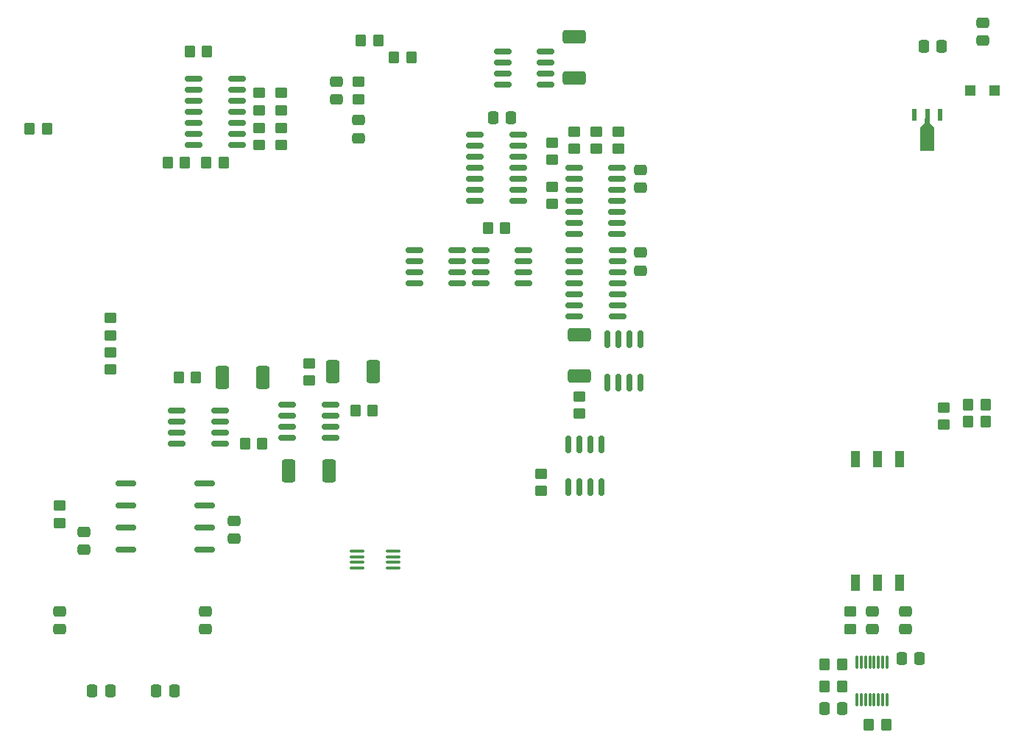
<source format=gbr>
%TF.GenerationSoftware,KiCad,Pcbnew,8.0.3*%
%TF.CreationDate,2025-03-11T00:39:16-07:00*%
%TF.ProjectId,Accumulator_Board,41636375-6d75-46c6-9174-6f725f426f61,3.2*%
%TF.SameCoordinates,Original*%
%TF.FileFunction,Paste,Top*%
%TF.FilePolarity,Positive*%
%FSLAX46Y46*%
G04 Gerber Fmt 4.6, Leading zero omitted, Abs format (unit mm)*
G04 Created by KiCad (PCBNEW 8.0.3) date 2025-03-11 00:39:16*
%MOMM*%
%LPD*%
G01*
G04 APERTURE LIST*
G04 Aperture macros list*
%AMRoundRect*
0 Rectangle with rounded corners*
0 $1 Rounding radius*
0 $2 $3 $4 $5 $6 $7 $8 $9 X,Y pos of 4 corners*
0 Add a 4 corners polygon primitive as box body*
4,1,4,$2,$3,$4,$5,$6,$7,$8,$9,$2,$3,0*
0 Add four circle primitives for the rounded corners*
1,1,$1+$1,$2,$3*
1,1,$1+$1,$4,$5*
1,1,$1+$1,$6,$7*
1,1,$1+$1,$8,$9*
0 Add four rect primitives between the rounded corners*
20,1,$1+$1,$2,$3,$4,$5,0*
20,1,$1+$1,$4,$5,$6,$7,0*
20,1,$1+$1,$6,$7,$8,$9,0*
20,1,$1+$1,$8,$9,$2,$3,0*%
G04 Aperture macros list end*
%ADD10C,0.000000*%
%ADD11RoundRect,0.249999X-0.512501X-1.075001X0.512501X-1.075001X0.512501X1.075001X-0.512501X1.075001X0*%
%ADD12RoundRect,0.250000X0.450000X-0.350000X0.450000X0.350000X-0.450000X0.350000X-0.450000X-0.350000X0*%
%ADD13RoundRect,0.250000X0.350000X0.450000X-0.350000X0.450000X-0.350000X-0.450000X0.350000X-0.450000X0*%
%ADD14RoundRect,0.250000X0.337500X0.475000X-0.337500X0.475000X-0.337500X-0.475000X0.337500X-0.475000X0*%
%ADD15RoundRect,0.250000X-0.350000X-0.450000X0.350000X-0.450000X0.350000X0.450000X-0.350000X0.450000X0*%
%ADD16RoundRect,0.150000X-0.150000X0.825000X-0.150000X-0.825000X0.150000X-0.825000X0.150000X0.825000X0*%
%ADD17RoundRect,0.249999X0.512501X1.075001X-0.512501X1.075001X-0.512501X-1.075001X0.512501X-1.075001X0*%
%ADD18RoundRect,0.250000X-0.450000X0.350000X-0.450000X-0.350000X0.450000X-0.350000X0.450000X0.350000X0*%
%ADD19RoundRect,0.249999X1.075001X-0.512501X1.075001X0.512501X-1.075001X0.512501X-1.075001X-0.512501X0*%
%ADD20R,0.533400X1.397000*%
%ADD21RoundRect,0.250000X-0.475000X0.337500X-0.475000X-0.337500X0.475000X-0.337500X0.475000X0.337500X0*%
%ADD22RoundRect,0.150000X-0.825000X-0.150000X0.825000X-0.150000X0.825000X0.150000X-0.825000X0.150000X0*%
%ADD23RoundRect,0.150000X0.825000X0.150000X-0.825000X0.150000X-0.825000X-0.150000X0.825000X-0.150000X0*%
%ADD24RoundRect,0.250000X0.475000X-0.337500X0.475000X0.337500X-0.475000X0.337500X-0.475000X-0.337500X0*%
%ADD25RoundRect,0.250000X-0.337500X-0.475000X0.337500X-0.475000X0.337500X0.475000X-0.337500X0.475000X0*%
%ADD26RoundRect,0.075000X0.075000X-0.650000X0.075000X0.650000X-0.075000X0.650000X-0.075000X-0.650000X0*%
%ADD27RoundRect,0.100000X0.712500X0.100000X-0.712500X0.100000X-0.712500X-0.100000X0.712500X-0.100000X0*%
%ADD28R,1.200000X1.200000*%
%ADD29RoundRect,0.162500X1.012500X0.162500X-1.012500X0.162500X-1.012500X-0.162500X1.012500X-0.162500X0*%
%ADD30R,1.020000X1.890000*%
G04 APERTURE END LIST*
D10*
%TO.C,U15*%
G36*
X132346700Y-40576500D02*
G01*
X132880100Y-41084500D01*
X132880100Y-43751500D01*
X131279900Y-43751500D01*
X131279900Y-41084500D01*
X131813300Y-40576500D01*
X131813300Y-40055800D01*
X132346700Y-40055800D01*
X132346700Y-40576500D01*
G37*
%TD*%
D11*
%TO.C,D5*%
X63702500Y-69215000D03*
X68377500Y-69215000D03*
%TD*%
D12*
%TO.C,R3*%
X57785000Y-39100000D03*
X57785000Y-37100000D03*
%TD*%
%TO.C,R28*%
X92075000Y-74025000D03*
X92075000Y-72025000D03*
%TD*%
D13*
%TO.C,R15*%
X138795000Y-73025000D03*
X136795000Y-73025000D03*
%TD*%
D14*
%TO.C,C10*%
X45487500Y-105918000D03*
X43412500Y-105918000D03*
%TD*%
D15*
%TO.C,R32*%
X45990000Y-69850000D03*
X47990000Y-69850000D03*
%TD*%
D16*
%TO.C,CR4*%
X94615000Y-77535000D03*
X93345000Y-77535000D03*
X92075000Y-77535000D03*
X90805000Y-77535000D03*
X90805000Y-82485000D03*
X92075000Y-82485000D03*
X93345000Y-82485000D03*
X94615000Y-82485000D03*
%TD*%
D12*
%TO.C,R36*%
X38100000Y-64992000D03*
X38100000Y-62992000D03*
%TD*%
%TO.C,R27*%
X96520000Y-43545000D03*
X96520000Y-41545000D03*
%TD*%
D13*
%TO.C,R7*%
X51165000Y-45161200D03*
X49165000Y-45161200D03*
%TD*%
D14*
%TO.C,C5*%
X122322500Y-107950000D03*
X120247500Y-107950000D03*
%TD*%
D15*
%TO.C,R9*%
X47260000Y-32385000D03*
X49260000Y-32385000D03*
%TD*%
%TO.C,R11*%
X120285000Y-102870000D03*
X122285000Y-102870000D03*
%TD*%
D17*
%TO.C,D6*%
X63297500Y-80645000D03*
X58622500Y-80645000D03*
%TD*%
D18*
%TO.C,R14*%
X133985000Y-73295000D03*
X133985000Y-75295000D03*
%TD*%
D15*
%TO.C,R6*%
X44720000Y-45110400D03*
X46720000Y-45110400D03*
%TD*%
D19*
%TO.C,D7*%
X91440000Y-35357500D03*
X91440000Y-30682500D03*
%TD*%
D20*
%TO.C,U15*%
X133580000Y-39649400D03*
X132080000Y-39649400D03*
X130580000Y-39649400D03*
%TD*%
D21*
%TO.C,C17*%
X66675000Y-40237500D03*
X66675000Y-42312500D03*
%TD*%
D13*
%TO.C,R33*%
X55610000Y-77470000D03*
X53610000Y-77470000D03*
%TD*%
D22*
%TO.C,CR5*%
X45785000Y-73660000D03*
X45785000Y-74930000D03*
X45785000Y-76200000D03*
X45785000Y-77470000D03*
X50735000Y-77470000D03*
X50735000Y-76200000D03*
X50735000Y-74930000D03*
X50735000Y-73660000D03*
%TD*%
D18*
%TO.C,R29*%
X87630000Y-80915000D03*
X87630000Y-82915000D03*
%TD*%
D23*
%TO.C,CR1*%
X63435000Y-76835000D03*
X63435000Y-75565000D03*
X63435000Y-74295000D03*
X63435000Y-73025000D03*
X58485000Y-73025000D03*
X58485000Y-74295000D03*
X58485000Y-75565000D03*
X58485000Y-76835000D03*
%TD*%
D19*
%TO.C,D2*%
X92075000Y-69647500D03*
X92075000Y-64972500D03*
%TD*%
D13*
%TO.C,R18*%
X68945000Y-31115000D03*
X66945000Y-31115000D03*
%TD*%
D12*
%TO.C,R21*%
X88900000Y-44815000D03*
X88900000Y-42815000D03*
%TD*%
D24*
%TO.C,C22*%
X99060000Y-48027500D03*
X99060000Y-45952500D03*
%TD*%
D25*
%TO.C,C6*%
X129137500Y-102235000D03*
X131212500Y-102235000D03*
%TD*%
D12*
%TO.C,R5*%
X55245000Y-43130000D03*
X55245000Y-41130000D03*
%TD*%
D13*
%TO.C,R16*%
X138795000Y-74930000D03*
X136795000Y-74930000D03*
%TD*%
%TO.C,R12*%
X122285000Y-105410000D03*
X120285000Y-105410000D03*
%TD*%
D26*
%TO.C,U8*%
X123980000Y-106925000D03*
X124480000Y-106925000D03*
X124980000Y-106925000D03*
X125480000Y-106925000D03*
X125980000Y-106925000D03*
X126480000Y-106925000D03*
X126980000Y-106925000D03*
X127480000Y-106925000D03*
X127480000Y-102625000D03*
X126980000Y-102625000D03*
X126480000Y-102625000D03*
X125980000Y-102625000D03*
X125480000Y-102625000D03*
X124980000Y-102625000D03*
X124480000Y-102625000D03*
X123980000Y-102625000D03*
%TD*%
D25*
%TO.C,C18*%
X82147500Y-40005000D03*
X84222500Y-40005000D03*
%TD*%
D23*
%TO.C,CR3*%
X85660000Y-59055000D03*
X85660000Y-57785000D03*
X85660000Y-56515000D03*
X85660000Y-55245000D03*
X80710000Y-55245000D03*
X80710000Y-56515000D03*
X80710000Y-57785000D03*
X80710000Y-59055000D03*
%TD*%
D13*
%TO.C,R30*%
X83550000Y-52705000D03*
X81550000Y-52705000D03*
%TD*%
D23*
%TO.C,CR2*%
X78040000Y-59055000D03*
X78040000Y-57785000D03*
X78040000Y-56515000D03*
X78040000Y-55245000D03*
X73090000Y-55245000D03*
X73090000Y-56515000D03*
X73090000Y-57785000D03*
X73090000Y-59055000D03*
%TD*%
D15*
%TO.C,R10*%
X125365000Y-109855000D03*
X127365000Y-109855000D03*
%TD*%
D21*
%TO.C,C1*%
X35052000Y-87608500D03*
X35052000Y-89683500D03*
%TD*%
D22*
%TO.C,U7*%
X80075000Y-41910000D03*
X80075000Y-43180000D03*
X80075000Y-44450000D03*
X80075000Y-45720000D03*
X80075000Y-46990000D03*
X80075000Y-48260000D03*
X80075000Y-49530000D03*
X85025000Y-49530000D03*
X85025000Y-48260000D03*
X85025000Y-46990000D03*
X85025000Y-45720000D03*
X85025000Y-44450000D03*
X85025000Y-43180000D03*
X85025000Y-41910000D03*
%TD*%
D11*
%TO.C,D4*%
X51002500Y-69850000D03*
X55677500Y-69850000D03*
%TD*%
D24*
%TO.C,C9*%
X99060000Y-57552500D03*
X99060000Y-55477500D03*
%TD*%
D16*
%TO.C,Q1*%
X99060000Y-65470000D03*
X97790000Y-65470000D03*
X96520000Y-65470000D03*
X95250000Y-65470000D03*
X95250000Y-70420000D03*
X96520000Y-70420000D03*
X97790000Y-70420000D03*
X99060000Y-70420000D03*
%TD*%
D21*
%TO.C,C8*%
X125730000Y-96752500D03*
X125730000Y-98827500D03*
%TD*%
D25*
%TO.C,C11*%
X36046500Y-105918000D03*
X38121500Y-105918000D03*
%TD*%
D12*
%TO.C,R35*%
X38100000Y-68945000D03*
X38100000Y-66945000D03*
%TD*%
D22*
%TO.C,Q2*%
X83250000Y-32385000D03*
X83250000Y-33655000D03*
X83250000Y-34925000D03*
X83250000Y-36195000D03*
X88200000Y-36195000D03*
X88200000Y-34925000D03*
X88200000Y-33655000D03*
X88200000Y-32385000D03*
%TD*%
D21*
%TO.C,C2*%
X52324000Y-86338500D03*
X52324000Y-88413500D03*
%TD*%
D22*
%TO.C,U16*%
X91505000Y-55245000D03*
X91505000Y-56515000D03*
X91505000Y-57785000D03*
X91505000Y-59055000D03*
X91505000Y-60325000D03*
X91505000Y-61595000D03*
X91505000Y-62865000D03*
X96455000Y-62865000D03*
X96455000Y-61595000D03*
X96455000Y-60325000D03*
X96455000Y-59055000D03*
X96455000Y-57785000D03*
X96455000Y-56515000D03*
X96455000Y-55245000D03*
%TD*%
D12*
%TO.C,R1*%
X32258000Y-86598000D03*
X32258000Y-84598000D03*
%TD*%
D13*
%TO.C,R2*%
X30845000Y-41275000D03*
X28845000Y-41275000D03*
%TD*%
D23*
%TO.C,U5*%
X52690000Y-43130000D03*
X52690000Y-41860000D03*
X52690000Y-40590000D03*
X52690000Y-39320000D03*
X52690000Y-38050000D03*
X52690000Y-36780000D03*
X52690000Y-35510000D03*
X47740000Y-35510000D03*
X47740000Y-36780000D03*
X47740000Y-38050000D03*
X47740000Y-39320000D03*
X47740000Y-40590000D03*
X47740000Y-41860000D03*
X47740000Y-43130000D03*
%TD*%
D18*
%TO.C,R19*%
X88900000Y-47895000D03*
X88900000Y-49895000D03*
%TD*%
D27*
%TO.C,U6*%
X70692500Y-91780000D03*
X70692500Y-91130000D03*
X70692500Y-90480000D03*
X70692500Y-89830000D03*
X66467500Y-89830000D03*
X66467500Y-90480000D03*
X66467500Y-91130000D03*
X66467500Y-91780000D03*
%TD*%
D18*
%TO.C,R4*%
X57785000Y-41130000D03*
X57785000Y-43130000D03*
%TD*%
D28*
%TO.C,D8*%
X139830000Y-36830000D03*
X137030000Y-36830000D03*
%TD*%
D12*
%TO.C,R8*%
X55245000Y-39100000D03*
X55245000Y-37100000D03*
%TD*%
D21*
%TO.C,C14*%
X49022000Y-96752500D03*
X49022000Y-98827500D03*
%TD*%
D12*
%TO.C,R22*%
X60960000Y-70215000D03*
X60960000Y-68215000D03*
%TD*%
D22*
%TO.C,U4*%
X91440000Y-45720000D03*
X91440000Y-46990000D03*
X91440000Y-48260000D03*
X91440000Y-49530000D03*
X91440000Y-50800000D03*
X91440000Y-52070000D03*
X91440000Y-53340000D03*
X96390000Y-53340000D03*
X96390000Y-52070000D03*
X96390000Y-50800000D03*
X96390000Y-49530000D03*
X96390000Y-48260000D03*
X96390000Y-46990000D03*
X96390000Y-45720000D03*
%TD*%
D18*
%TO.C,R26*%
X93980000Y-41545000D03*
X93980000Y-43545000D03*
%TD*%
D29*
%TO.C,U1*%
X48975000Y-89662000D03*
X48975000Y-87122000D03*
X48975000Y-84582000D03*
X48975000Y-82042000D03*
X39925000Y-82042000D03*
X39925000Y-84582000D03*
X39925000Y-87122000D03*
X39925000Y-89662000D03*
%TD*%
D24*
%TO.C,C23*%
X138430000Y-31115000D03*
X138430000Y-29040000D03*
%TD*%
D21*
%TO.C,C7*%
X129540000Y-96752500D03*
X129540000Y-98827500D03*
%TD*%
%TO.C,C20*%
X64135000Y-35792500D03*
X64135000Y-37867500D03*
%TD*%
D13*
%TO.C,R17*%
X72755000Y-33020000D03*
X70755000Y-33020000D03*
%TD*%
D18*
%TO.C,R13*%
X123190000Y-96790000D03*
X123190000Y-98790000D03*
%TD*%
D12*
%TO.C,R20*%
X91440000Y-43545000D03*
X91440000Y-41545000D03*
%TD*%
D15*
%TO.C,R31*%
X66310000Y-73660000D03*
X68310000Y-73660000D03*
%TD*%
D12*
%TO.C,R23*%
X66675000Y-37830000D03*
X66675000Y-35830000D03*
%TD*%
D21*
%TO.C,C13*%
X32258000Y-96752500D03*
X32258000Y-98827500D03*
%TD*%
D25*
%TO.C,C24*%
X131677500Y-31750000D03*
X133752500Y-31750000D03*
%TD*%
D30*
%TO.C,L1*%
X128905000Y-79215000D03*
X126365000Y-79215000D03*
X123825000Y-79215000D03*
X123825000Y-93505000D03*
X126365000Y-93505000D03*
X128905000Y-93505000D03*
%TD*%
M02*

</source>
